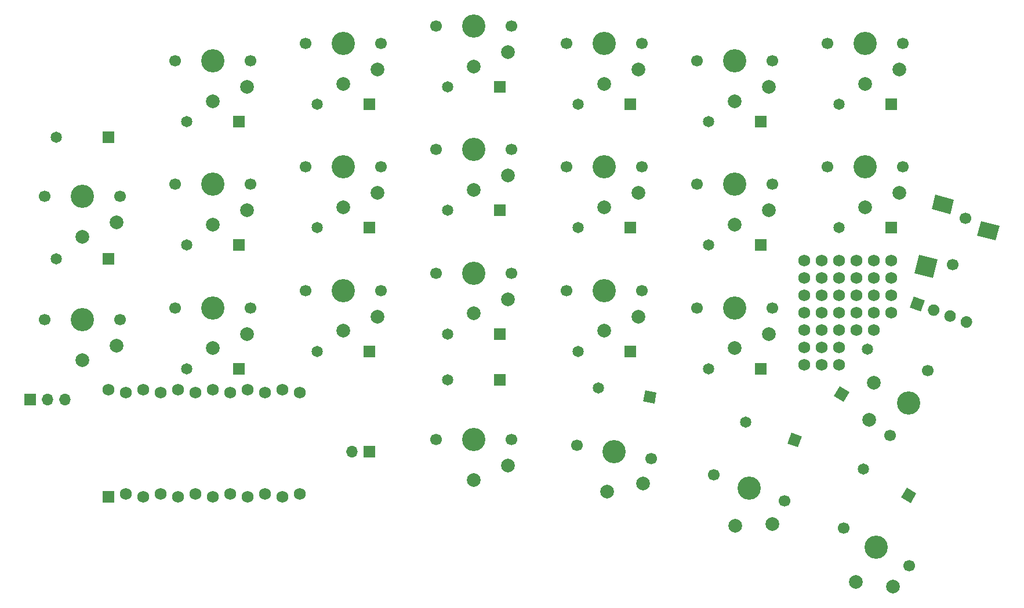
<source format=gbr>
G04 #@! TF.GenerationSoftware,KiCad,Pcbnew,5.1.8-1*
G04 #@! TF.CreationDate,2021-01-06T16:28:38-05:00*
G04 #@! TF.ProjectId,MushyCloud,4d757368-7943-46c6-9f75-642e6b696361,rev?*
G04 #@! TF.SameCoordinates,Original*
G04 #@! TF.FileFunction,Soldermask,Top*
G04 #@! TF.FilePolarity,Negative*
%FSLAX46Y46*%
G04 Gerber Fmt 4.6, Leading zero omitted, Abs format (unit mm)*
G04 Created by KiCad (PCBNEW 5.1.8-1) date 2021-01-06 16:28:38*
%MOMM*%
%LPD*%
G01*
G04 APERTURE LIST*
%ADD10R,1.752600X1.752600*%
%ADD11C,1.752600*%
%ADD12O,1.700000X1.700000*%
%ADD13R,1.700000X1.700000*%
%ADD14C,0.100000*%
%ADD15C,1.700000*%
%ADD16C,1.651000*%
%ADD17R,1.651000X1.651000*%
%ADD18C,2.000000*%
%ADD19C,3.400000*%
G04 APERTURE END LIST*
D10*
X58420000Y-115798600D03*
D11*
X60960000Y-115341400D03*
X63500000Y-115798600D03*
X66040000Y-115341400D03*
X68580000Y-115798600D03*
X71120000Y-115341400D03*
X73660000Y-115798600D03*
X76200000Y-115341400D03*
X78740000Y-115798600D03*
X81280000Y-115341400D03*
X83820000Y-115798600D03*
X86360000Y-100558600D03*
X83820000Y-100101400D03*
X81280000Y-100558600D03*
X78740000Y-100101400D03*
X76200000Y-100558600D03*
X73660000Y-100101400D03*
X71120000Y-100558600D03*
X68580000Y-100101400D03*
X66040000Y-100558600D03*
X63500000Y-100101400D03*
X60960000Y-100558600D03*
X86360000Y-115341400D03*
X58420000Y-100101400D03*
D12*
X52070000Y-101600000D03*
X49530000Y-101600000D03*
D13*
X46990000Y-101600000D03*
G36*
G01*
X183399741Y-91034932D02*
X183399741Y-91034932D01*
G75*
G02*
X182891719Y-89945476I290717J798739D01*
G01*
X182891719Y-89945476D01*
G75*
G02*
X183981175Y-89437454I798739J-290717D01*
G01*
X183981175Y-89437454D01*
G75*
G02*
X184489197Y-90526910I-290717J-798739D01*
G01*
X184489197Y-90526910D01*
G75*
G02*
X183399741Y-91034932I-798739J290717D01*
G01*
G37*
G36*
G01*
X181012922Y-90166201D02*
X181012922Y-90166201D01*
G75*
G02*
X180504900Y-89076745I290717J798739D01*
G01*
X180504900Y-89076745D01*
G75*
G02*
X181594356Y-88568723I798739J-290717D01*
G01*
X181594356Y-88568723D01*
G75*
G02*
X182102378Y-89658179I-290717J-798739D01*
G01*
X182102378Y-89658179D01*
G75*
G02*
X181012922Y-90166201I-798739J290717D01*
G01*
G37*
G36*
G01*
X178626102Y-89297470D02*
X178626102Y-89297470D01*
G75*
G02*
X178118080Y-88208014I290717J798739D01*
G01*
X178118080Y-88208014D01*
G75*
G02*
X179207536Y-87699992I798739J-290717D01*
G01*
X179207536Y-87699992D01*
G75*
G02*
X179715558Y-88789448I-290717J-798739D01*
G01*
X179715558Y-88789448D01*
G75*
G02*
X178626102Y-89297470I-798739J290717D01*
G01*
G37*
D14*
G36*
X177038022Y-88719456D02*
G01*
X175440544Y-88138022D01*
X176021978Y-86540544D01*
X177619456Y-87121978D01*
X177038022Y-88719456D01*
G37*
D12*
X93980000Y-109220000D03*
D13*
X96520000Y-109220000D03*
D11*
X165100000Y-96520000D03*
X162560000Y-96520000D03*
X160020000Y-96520000D03*
X160020000Y-93980000D03*
X162560000Y-93980000D03*
X165100000Y-93980000D03*
X170180000Y-91440000D03*
X165100000Y-91440000D03*
X160020000Y-91440000D03*
X167640000Y-91440000D03*
X162560000Y-91440000D03*
X167640000Y-88900000D03*
X160020000Y-88900000D03*
X162560000Y-88900000D03*
X165100000Y-88900000D03*
X160020000Y-86360000D03*
X167640000Y-86360000D03*
X165100000Y-86360000D03*
X162560000Y-86360000D03*
X160020000Y-83820000D03*
X162560000Y-83820000D03*
X165100000Y-83820000D03*
X167640000Y-83820000D03*
X170180000Y-83820000D03*
X170180000Y-86360000D03*
X170180000Y-88900000D03*
X172720000Y-88900000D03*
X172720000Y-86360000D03*
X172720000Y-83820000D03*
X172720000Y-81280000D03*
X170180000Y-81280000D03*
X167640000Y-81280000D03*
X165100000Y-81280000D03*
X162560000Y-81280000D03*
X160020000Y-81280000D03*
D14*
G36*
X185231039Y-77582321D02*
G01*
X185800441Y-75457284D01*
X188505033Y-76181977D01*
X187935631Y-78307014D01*
X185231039Y-77582321D01*
G37*
G36*
X178600826Y-73735209D02*
G01*
X179170228Y-71610172D01*
X181874820Y-72334865D01*
X181305418Y-74459902D01*
X178600826Y-73735209D01*
G37*
G36*
X176090281Y-83104688D02*
G01*
X176814975Y-80400096D01*
X179519567Y-81124790D01*
X178794873Y-83829382D01*
X176090281Y-83104688D01*
G37*
D15*
X183527048Y-75055185D03*
X181715314Y-81816666D03*
D16*
X50800000Y-81010000D03*
D17*
X58420000Y-81010000D03*
D16*
X50800000Y-63230000D03*
D17*
X58420000Y-63230000D03*
D16*
X107950000Y-98690000D03*
D17*
X115570000Y-98690000D03*
D16*
X169279577Y-94185737D03*
D14*
G36*
X165167423Y-99657197D02*
G01*
X166597231Y-100482697D01*
X165771731Y-101912505D01*
X164341923Y-101087005D01*
X165167423Y-99657197D01*
G37*
D16*
X165100000Y-76470000D03*
D17*
X172720000Y-76470000D03*
D16*
X168660886Y-111760000D03*
D14*
G36*
X174132346Y-115872154D02*
G01*
X174957846Y-114442346D01*
X176387654Y-115267846D01*
X175562154Y-116697654D01*
X174132346Y-115872154D01*
G37*
D16*
X146050000Y-97060000D03*
D17*
X153670000Y-97060000D03*
D16*
X146050000Y-79010000D03*
D17*
X153670000Y-79010000D03*
D16*
X151449542Y-104873806D03*
D14*
G36*
X157551946Y-107973379D02*
G01*
X158116621Y-106421946D01*
X159668054Y-106986621D01*
X159103379Y-108538054D01*
X157551946Y-107973379D01*
G37*
D16*
X127000000Y-94520000D03*
D17*
X134620000Y-94520000D03*
D16*
X127000000Y-76470000D03*
D17*
X134620000Y-76470000D03*
D16*
X129955764Y-99876800D03*
D14*
G36*
X136503695Y-101869612D02*
G01*
X136790388Y-100243695D01*
X138416305Y-100530388D01*
X138129612Y-102156305D01*
X136503695Y-101869612D01*
G37*
D16*
X107950000Y-91980000D03*
D17*
X115570000Y-91980000D03*
D16*
X107950000Y-73930000D03*
D17*
X115570000Y-73930000D03*
D16*
X88900000Y-94520000D03*
D17*
X96520000Y-94520000D03*
D16*
X88900000Y-76470000D03*
D17*
X96520000Y-76470000D03*
D16*
X69850000Y-97060000D03*
D17*
X77470000Y-97060000D03*
D16*
X69850000Y-79010000D03*
D17*
X77470000Y-79010000D03*
D16*
X165100000Y-58420000D03*
D17*
X172720000Y-58420000D03*
D16*
X146050000Y-60960000D03*
D17*
X153670000Y-60960000D03*
D16*
X127000000Y-58420000D03*
D17*
X134620000Y-58420000D03*
D16*
X107950000Y-55880000D03*
D17*
X115570000Y-55880000D03*
D16*
X88900000Y-58420000D03*
D17*
X96520000Y-58420000D03*
D16*
X69850000Y-60960000D03*
D17*
X77470000Y-60960000D03*
D15*
X175294118Y-125898222D03*
X165767838Y-120398222D03*
D18*
X167580978Y-128257772D03*
D19*
X170530978Y-123148222D03*
D18*
X172961105Y-128939119D03*
D15*
X157157909Y-116385504D03*
X146821291Y-112623282D03*
D18*
X149971681Y-120048579D03*
D19*
X151989600Y-114504393D03*
D18*
X155388387Y-119785326D03*
D15*
X137631750Y-110186903D03*
X126798864Y-108276773D03*
D18*
X131190783Y-115042204D03*
D19*
X132215307Y-109231838D03*
D18*
X136479483Y-113842348D03*
D15*
X117260000Y-107450000D03*
X106260000Y-107450000D03*
D18*
X111760000Y-113350000D03*
D19*
X111760000Y-107450000D03*
D18*
X116760000Y-111250000D03*
D15*
X172510000Y-106833140D03*
X178010000Y-97306860D03*
D18*
X170150450Y-99120000D03*
D19*
X175260000Y-102070000D03*
D18*
X169469103Y-104500127D03*
D15*
X155360000Y-88170000D03*
X144360000Y-88170000D03*
D18*
X149860000Y-94070000D03*
D19*
X149860000Y-88170000D03*
D18*
X154860000Y-91970000D03*
D15*
X136310000Y-85630000D03*
X125310000Y-85630000D03*
D18*
X130810000Y-91530000D03*
D19*
X130810000Y-85630000D03*
D18*
X135810000Y-89430000D03*
D15*
X117260000Y-83090000D03*
X106260000Y-83090000D03*
D18*
X111760000Y-88990000D03*
D19*
X111760000Y-83090000D03*
D18*
X116760000Y-86890000D03*
D15*
X98210000Y-85630000D03*
X87210000Y-85630000D03*
D18*
X92710000Y-91530000D03*
D19*
X92710000Y-85630000D03*
D18*
X97710000Y-89430000D03*
D15*
X79160000Y-88170000D03*
X68160000Y-88170000D03*
D18*
X73660000Y-94070000D03*
D19*
X73660000Y-88170000D03*
D18*
X78660000Y-91970000D03*
D15*
X174410000Y-67580000D03*
X163410000Y-67580000D03*
D18*
X168910000Y-73480000D03*
D19*
X168910000Y-67580000D03*
D18*
X173910000Y-71380000D03*
D15*
X155360000Y-70120000D03*
X144360000Y-70120000D03*
D18*
X149860000Y-76020000D03*
D19*
X149860000Y-70120000D03*
D18*
X154860000Y-73920000D03*
D15*
X136310000Y-67580000D03*
X125310000Y-67580000D03*
D18*
X130810000Y-73480000D03*
D19*
X130810000Y-67580000D03*
D18*
X135810000Y-71380000D03*
D15*
X117260000Y-65040000D03*
X106260000Y-65040000D03*
D18*
X111760000Y-70940000D03*
D19*
X111760000Y-65040000D03*
D18*
X116760000Y-68840000D03*
D15*
X98210000Y-67580000D03*
X87210000Y-67580000D03*
D18*
X92710000Y-73480000D03*
D19*
X92710000Y-67580000D03*
D18*
X97710000Y-71380000D03*
D15*
X79160000Y-70120000D03*
X68160000Y-70120000D03*
D18*
X73660000Y-76020000D03*
D19*
X73660000Y-70120000D03*
D18*
X78660000Y-73920000D03*
D15*
X60110000Y-89900000D03*
X49110000Y-89900000D03*
D18*
X54610000Y-95800000D03*
D19*
X54610000Y-89900000D03*
D18*
X59610000Y-93700000D03*
D15*
X174410000Y-49530000D03*
X163410000Y-49530000D03*
D18*
X168910000Y-55430000D03*
D19*
X168910000Y-49530000D03*
D18*
X173910000Y-53330000D03*
D15*
X155360000Y-52070000D03*
X144360000Y-52070000D03*
D18*
X149860000Y-57970000D03*
D19*
X149860000Y-52070000D03*
D18*
X154860000Y-55870000D03*
D15*
X136310000Y-49530000D03*
X125310000Y-49530000D03*
D18*
X130810000Y-55430000D03*
D19*
X130810000Y-49530000D03*
D18*
X135810000Y-53330000D03*
D15*
X117260000Y-46990000D03*
X106260000Y-46990000D03*
D18*
X111760000Y-52890000D03*
D19*
X111760000Y-46990000D03*
D18*
X116760000Y-50790000D03*
D15*
X98170701Y-49530000D03*
X87170701Y-49530000D03*
D18*
X92670701Y-55430000D03*
D19*
X92670701Y-49530000D03*
D18*
X97670701Y-53330000D03*
D15*
X79160000Y-52070000D03*
X68160000Y-52070000D03*
D18*
X73660000Y-57970000D03*
D19*
X73660000Y-52070000D03*
D18*
X78660000Y-55870000D03*
D15*
X60110000Y-71850000D03*
X49110000Y-71850000D03*
D18*
X54610000Y-77750000D03*
D19*
X54610000Y-71850000D03*
D18*
X59610000Y-75650000D03*
M02*

</source>
